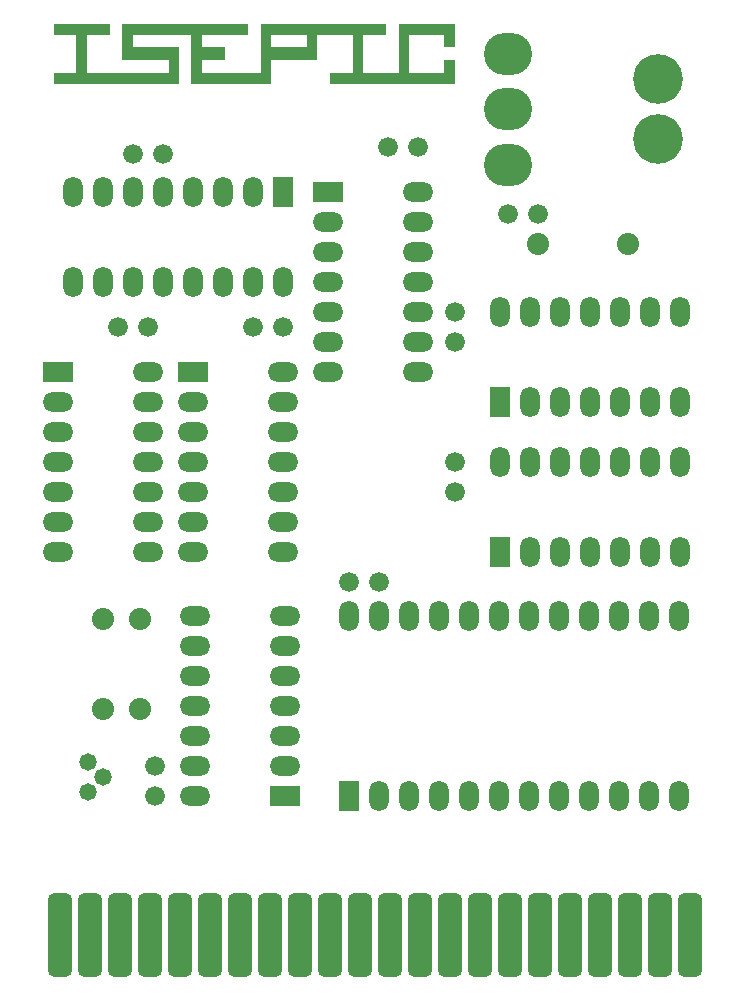
<source format=gts>
G04*
G04 #@! TF.GenerationSoftware,Altium Limited,Altium Designer,21.1.1 (26)*
G04*
G04 Layer_Color=8388736*
%FSLAX25Y25*%
%MOIN*%
G70*
G04*
G04 #@! TF.SameCoordinates,50531035-4224-446A-8070-EFC382401BCB*
G04*
G04*
G04 #@! TF.FilePolarity,Negative*
G04*
G01*
G75*
G04:AMPARAMS|DCode=14|XSize=81.73mil|YSize=278.58mil|CornerRadius=21.18mil|HoleSize=0mil|Usage=FLASHONLY|Rotation=0.000|XOffset=0mil|YOffset=0mil|HoleType=Round|Shape=RoundedRectangle|*
%AMROUNDEDRECTD14*
21,1,0.08173,0.23622,0,0,0.0*
21,1,0.03937,0.27858,0,0,0.0*
1,1,0.04236,0.01968,-0.11811*
1,1,0.04236,-0.01968,-0.11811*
1,1,0.04236,-0.01968,0.11811*
1,1,0.04236,0.01968,0.11811*
%
%ADD14ROUNDEDRECTD14*%
%ADD15C,0.06598*%
%ADD16O,0.16047X0.14079*%
%ADD17O,0.06598X0.10142*%
%ADD18R,0.06598X0.10142*%
%ADD19C,0.05811*%
%ADD20C,0.07386*%
%ADD21R,0.10142X0.06598*%
%ADD22O,0.10142X0.06598*%
%ADD23C,0.16548*%
G36*
X147327Y315822D02*
X143710D01*
Y319865D01*
X132114D01*
Y307205D01*
X143710D01*
Y311460D01*
X147327D01*
Y303375D01*
X105529D01*
X105516Y303388D01*
Y307205D01*
X113276D01*
X113256Y307224D01*
Y319865D01*
X101487D01*
X101473Y319852D01*
Y311460D01*
X86167D01*
X86153Y311447D01*
Y303375D01*
X59556D01*
X59330Y303601D01*
Y319865D01*
X40086D01*
Y315822D01*
X55407D01*
X55373Y315789D01*
Y303375D01*
X13596D01*
Y307205D01*
X21136D01*
X21149Y307218D01*
X21136Y307231D01*
Y319865D01*
X13596D01*
Y323588D01*
X32427D01*
Y319865D01*
X24660D01*
Y307218D01*
X51869D01*
X51882Y307205D01*
X51896Y307218D01*
Y311460D01*
X36469D01*
X36509Y311500D01*
Y323575D01*
X78480D01*
X78493Y323588D01*
Y319865D01*
X63173D01*
Y315822D01*
X70727D01*
Y311460D01*
X63186D01*
X63173Y311447D01*
Y307205D01*
X82536D01*
Y323588D01*
X124414D01*
X124453Y323549D01*
Y319865D01*
X116807D01*
X116793Y319852D01*
Y307205D01*
X128603D01*
Y323588D01*
X147327D01*
Y315822D01*
D02*
G37*
%LPC*%
G36*
X97856Y319865D02*
X86167D01*
Y315822D01*
X97843D01*
X97856Y315835D01*
Y319865D01*
D02*
G37*
%LPD*%
D14*
X15700Y19800D02*
D03*
X25700D02*
D03*
X35700D02*
D03*
X45700D02*
D03*
X55700D02*
D03*
X65700D02*
D03*
X75700D02*
D03*
X85700D02*
D03*
X95700D02*
D03*
X105700D02*
D03*
X115700D02*
D03*
X125700D02*
D03*
X135700D02*
D03*
X145700D02*
D03*
X155700D02*
D03*
X165700D02*
D03*
X175700D02*
D03*
X185700D02*
D03*
X195700D02*
D03*
X205700D02*
D03*
X215700D02*
D03*
X225700D02*
D03*
D15*
X45000Y222500D02*
D03*
X35000D02*
D03*
X122170Y137500D02*
D03*
X112170D02*
D03*
X165000Y260000D02*
D03*
X175000D02*
D03*
X40000Y280000D02*
D03*
X50000D02*
D03*
X147500Y167500D02*
D03*
Y177500D02*
D03*
Y217500D02*
D03*
Y227500D02*
D03*
X47500Y76100D02*
D03*
Y66100D02*
D03*
X125000Y282500D02*
D03*
X135000D02*
D03*
X80000Y222500D02*
D03*
X90000D02*
D03*
D16*
X165000Y313504D02*
D03*
Y295000D02*
D03*
Y276496D02*
D03*
D17*
X142170Y126100D02*
D03*
X132170D02*
D03*
X122170D02*
D03*
X112170D02*
D03*
X152170D02*
D03*
X162170D02*
D03*
X172170D02*
D03*
X182170D02*
D03*
X192170D02*
D03*
X202170D02*
D03*
X212170D02*
D03*
X222170D02*
D03*
Y66100D02*
D03*
X212170D02*
D03*
X202170D02*
D03*
X192170D02*
D03*
X182170D02*
D03*
X172170D02*
D03*
X162170D02*
D03*
X152170D02*
D03*
X142170D02*
D03*
X132170D02*
D03*
X122170D02*
D03*
X30000Y267500D02*
D03*
X40000D02*
D03*
X50000D02*
D03*
X60000D02*
D03*
X70000D02*
D03*
X80000D02*
D03*
X20000D02*
D03*
X40000Y237500D02*
D03*
X50000D02*
D03*
X60000D02*
D03*
X70000D02*
D03*
X20000D02*
D03*
X30000D02*
D03*
X80000D02*
D03*
X90000D02*
D03*
X172500Y147500D02*
D03*
X182500D02*
D03*
X192500D02*
D03*
X202500D02*
D03*
X212500D02*
D03*
X222500D02*
D03*
X162500Y177500D02*
D03*
X172500D02*
D03*
X182500D02*
D03*
X192500D02*
D03*
X202500D02*
D03*
X212500D02*
D03*
X222500D02*
D03*
X172500Y197500D02*
D03*
X182500D02*
D03*
X192500D02*
D03*
X202500D02*
D03*
X212500D02*
D03*
X222500D02*
D03*
X162500Y227500D02*
D03*
X172500D02*
D03*
X182500D02*
D03*
X192500D02*
D03*
X202500D02*
D03*
X212500D02*
D03*
X222500D02*
D03*
D18*
X112170Y66100D02*
D03*
X90000Y267500D02*
D03*
X162500Y147500D02*
D03*
Y197500D02*
D03*
D19*
X25000Y67500D02*
D03*
X30000Y72500D02*
D03*
X25000Y77500D02*
D03*
D20*
X30000Y125000D02*
D03*
Y95000D02*
D03*
X42500Y125000D02*
D03*
Y95000D02*
D03*
X175000Y250000D02*
D03*
X205000D02*
D03*
D21*
X90551Y66100D02*
D03*
X60000Y207500D02*
D03*
X15000D02*
D03*
X105000Y267500D02*
D03*
D22*
X90551Y76100D02*
D03*
Y86100D02*
D03*
Y96100D02*
D03*
Y106100D02*
D03*
Y116100D02*
D03*
Y126100D02*
D03*
X60551Y66100D02*
D03*
Y76100D02*
D03*
Y86100D02*
D03*
Y96100D02*
D03*
Y106100D02*
D03*
Y116100D02*
D03*
Y126100D02*
D03*
X60000Y197500D02*
D03*
Y187500D02*
D03*
Y177500D02*
D03*
Y167500D02*
D03*
Y157500D02*
D03*
Y147500D02*
D03*
X90000Y207500D02*
D03*
Y197500D02*
D03*
Y187500D02*
D03*
Y177500D02*
D03*
Y167500D02*
D03*
Y157500D02*
D03*
Y147500D02*
D03*
X15000Y197500D02*
D03*
Y187500D02*
D03*
Y177500D02*
D03*
Y167500D02*
D03*
Y157500D02*
D03*
Y147500D02*
D03*
X45000Y207500D02*
D03*
Y197500D02*
D03*
Y187500D02*
D03*
Y177500D02*
D03*
Y167500D02*
D03*
Y157500D02*
D03*
Y147500D02*
D03*
X105000Y257500D02*
D03*
Y247500D02*
D03*
Y237500D02*
D03*
Y227500D02*
D03*
Y217500D02*
D03*
Y207500D02*
D03*
X135000Y267500D02*
D03*
Y257500D02*
D03*
Y247500D02*
D03*
Y237500D02*
D03*
Y227500D02*
D03*
Y217500D02*
D03*
Y207500D02*
D03*
D23*
X215000Y305000D02*
D03*
Y285000D02*
D03*
M02*

</source>
